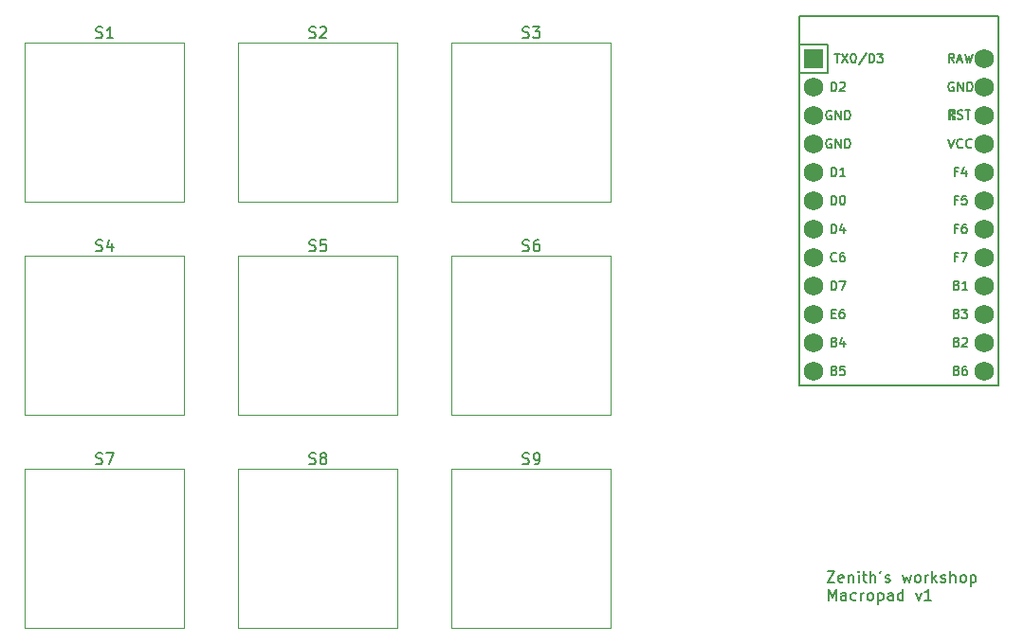
<source format=gbr>
%TF.GenerationSoftware,KiCad,Pcbnew,8.0.1*%
%TF.CreationDate,2024-04-28T14:26:27+12:00*%
%TF.ProjectId,v1,76312e6b-6963-4616-945f-706362585858,rev?*%
%TF.SameCoordinates,Original*%
%TF.FileFunction,Legend,Top*%
%TF.FilePolarity,Positive*%
%FSLAX46Y46*%
G04 Gerber Fmt 4.6, Leading zero omitted, Abs format (unit mm)*
G04 Created by KiCad (PCBNEW 8.0.1) date 2024-04-28 14:26:27*
%MOMM*%
%LPD*%
G01*
G04 APERTURE LIST*
%ADD10C,0.150000*%
%ADD11C,0.120000*%
%ADD12C,0.200000*%
%ADD13R,1.752600X1.752600*%
%ADD14C,1.752600*%
G04 APERTURE END LIST*
D10*
X192805291Y-116322375D02*
X193471957Y-116322375D01*
X193471957Y-116322375D02*
X192805291Y-117322375D01*
X192805291Y-117322375D02*
X193471957Y-117322375D01*
X194233862Y-117274756D02*
X194138624Y-117322375D01*
X194138624Y-117322375D02*
X193948148Y-117322375D01*
X193948148Y-117322375D02*
X193852910Y-117274756D01*
X193852910Y-117274756D02*
X193805291Y-117179517D01*
X193805291Y-117179517D02*
X193805291Y-116798565D01*
X193805291Y-116798565D02*
X193852910Y-116703327D01*
X193852910Y-116703327D02*
X193948148Y-116655708D01*
X193948148Y-116655708D02*
X194138624Y-116655708D01*
X194138624Y-116655708D02*
X194233862Y-116703327D01*
X194233862Y-116703327D02*
X194281481Y-116798565D01*
X194281481Y-116798565D02*
X194281481Y-116893803D01*
X194281481Y-116893803D02*
X193805291Y-116989041D01*
X194710053Y-116655708D02*
X194710053Y-117322375D01*
X194710053Y-116750946D02*
X194757672Y-116703327D01*
X194757672Y-116703327D02*
X194852910Y-116655708D01*
X194852910Y-116655708D02*
X194995767Y-116655708D01*
X194995767Y-116655708D02*
X195091005Y-116703327D01*
X195091005Y-116703327D02*
X195138624Y-116798565D01*
X195138624Y-116798565D02*
X195138624Y-117322375D01*
X195614815Y-117322375D02*
X195614815Y-116655708D01*
X195614815Y-116322375D02*
X195567196Y-116369994D01*
X195567196Y-116369994D02*
X195614815Y-116417613D01*
X195614815Y-116417613D02*
X195662434Y-116369994D01*
X195662434Y-116369994D02*
X195614815Y-116322375D01*
X195614815Y-116322375D02*
X195614815Y-116417613D01*
X195948148Y-116655708D02*
X196329100Y-116655708D01*
X196091005Y-116322375D02*
X196091005Y-117179517D01*
X196091005Y-117179517D02*
X196138624Y-117274756D01*
X196138624Y-117274756D02*
X196233862Y-117322375D01*
X196233862Y-117322375D02*
X196329100Y-117322375D01*
X196662434Y-117322375D02*
X196662434Y-116322375D01*
X197091005Y-117322375D02*
X197091005Y-116798565D01*
X197091005Y-116798565D02*
X197043386Y-116703327D01*
X197043386Y-116703327D02*
X196948148Y-116655708D01*
X196948148Y-116655708D02*
X196805291Y-116655708D01*
X196805291Y-116655708D02*
X196710053Y-116703327D01*
X196710053Y-116703327D02*
X196662434Y-116750946D01*
X197614815Y-116322375D02*
X197519577Y-116512851D01*
X197995767Y-117274756D02*
X198091005Y-117322375D01*
X198091005Y-117322375D02*
X198281481Y-117322375D01*
X198281481Y-117322375D02*
X198376719Y-117274756D01*
X198376719Y-117274756D02*
X198424338Y-117179517D01*
X198424338Y-117179517D02*
X198424338Y-117131898D01*
X198424338Y-117131898D02*
X198376719Y-117036660D01*
X198376719Y-117036660D02*
X198281481Y-116989041D01*
X198281481Y-116989041D02*
X198138624Y-116989041D01*
X198138624Y-116989041D02*
X198043386Y-116941422D01*
X198043386Y-116941422D02*
X197995767Y-116846184D01*
X197995767Y-116846184D02*
X197995767Y-116798565D01*
X197995767Y-116798565D02*
X198043386Y-116703327D01*
X198043386Y-116703327D02*
X198138624Y-116655708D01*
X198138624Y-116655708D02*
X198281481Y-116655708D01*
X198281481Y-116655708D02*
X198376719Y-116703327D01*
X199519577Y-116655708D02*
X199710053Y-117322375D01*
X199710053Y-117322375D02*
X199900529Y-116846184D01*
X199900529Y-116846184D02*
X200091005Y-117322375D01*
X200091005Y-117322375D02*
X200281481Y-116655708D01*
X200805291Y-117322375D02*
X200710053Y-117274756D01*
X200710053Y-117274756D02*
X200662434Y-117227136D01*
X200662434Y-117227136D02*
X200614815Y-117131898D01*
X200614815Y-117131898D02*
X200614815Y-116846184D01*
X200614815Y-116846184D02*
X200662434Y-116750946D01*
X200662434Y-116750946D02*
X200710053Y-116703327D01*
X200710053Y-116703327D02*
X200805291Y-116655708D01*
X200805291Y-116655708D02*
X200948148Y-116655708D01*
X200948148Y-116655708D02*
X201043386Y-116703327D01*
X201043386Y-116703327D02*
X201091005Y-116750946D01*
X201091005Y-116750946D02*
X201138624Y-116846184D01*
X201138624Y-116846184D02*
X201138624Y-117131898D01*
X201138624Y-117131898D02*
X201091005Y-117227136D01*
X201091005Y-117227136D02*
X201043386Y-117274756D01*
X201043386Y-117274756D02*
X200948148Y-117322375D01*
X200948148Y-117322375D02*
X200805291Y-117322375D01*
X201567196Y-117322375D02*
X201567196Y-116655708D01*
X201567196Y-116846184D02*
X201614815Y-116750946D01*
X201614815Y-116750946D02*
X201662434Y-116703327D01*
X201662434Y-116703327D02*
X201757672Y-116655708D01*
X201757672Y-116655708D02*
X201852910Y-116655708D01*
X202186244Y-117322375D02*
X202186244Y-116322375D01*
X202281482Y-116941422D02*
X202567196Y-117322375D01*
X202567196Y-116655708D02*
X202186244Y-117036660D01*
X202948149Y-117274756D02*
X203043387Y-117322375D01*
X203043387Y-117322375D02*
X203233863Y-117322375D01*
X203233863Y-117322375D02*
X203329101Y-117274756D01*
X203329101Y-117274756D02*
X203376720Y-117179517D01*
X203376720Y-117179517D02*
X203376720Y-117131898D01*
X203376720Y-117131898D02*
X203329101Y-117036660D01*
X203329101Y-117036660D02*
X203233863Y-116989041D01*
X203233863Y-116989041D02*
X203091006Y-116989041D01*
X203091006Y-116989041D02*
X202995768Y-116941422D01*
X202995768Y-116941422D02*
X202948149Y-116846184D01*
X202948149Y-116846184D02*
X202948149Y-116798565D01*
X202948149Y-116798565D02*
X202995768Y-116703327D01*
X202995768Y-116703327D02*
X203091006Y-116655708D01*
X203091006Y-116655708D02*
X203233863Y-116655708D01*
X203233863Y-116655708D02*
X203329101Y-116703327D01*
X203805292Y-117322375D02*
X203805292Y-116322375D01*
X204233863Y-117322375D02*
X204233863Y-116798565D01*
X204233863Y-116798565D02*
X204186244Y-116703327D01*
X204186244Y-116703327D02*
X204091006Y-116655708D01*
X204091006Y-116655708D02*
X203948149Y-116655708D01*
X203948149Y-116655708D02*
X203852911Y-116703327D01*
X203852911Y-116703327D02*
X203805292Y-116750946D01*
X204852911Y-117322375D02*
X204757673Y-117274756D01*
X204757673Y-117274756D02*
X204710054Y-117227136D01*
X204710054Y-117227136D02*
X204662435Y-117131898D01*
X204662435Y-117131898D02*
X204662435Y-116846184D01*
X204662435Y-116846184D02*
X204710054Y-116750946D01*
X204710054Y-116750946D02*
X204757673Y-116703327D01*
X204757673Y-116703327D02*
X204852911Y-116655708D01*
X204852911Y-116655708D02*
X204995768Y-116655708D01*
X204995768Y-116655708D02*
X205091006Y-116703327D01*
X205091006Y-116703327D02*
X205138625Y-116750946D01*
X205138625Y-116750946D02*
X205186244Y-116846184D01*
X205186244Y-116846184D02*
X205186244Y-117131898D01*
X205186244Y-117131898D02*
X205138625Y-117227136D01*
X205138625Y-117227136D02*
X205091006Y-117274756D01*
X205091006Y-117274756D02*
X204995768Y-117322375D01*
X204995768Y-117322375D02*
X204852911Y-117322375D01*
X205614816Y-116655708D02*
X205614816Y-117655708D01*
X205614816Y-116703327D02*
X205710054Y-116655708D01*
X205710054Y-116655708D02*
X205900530Y-116655708D01*
X205900530Y-116655708D02*
X205995768Y-116703327D01*
X205995768Y-116703327D02*
X206043387Y-116750946D01*
X206043387Y-116750946D02*
X206091006Y-116846184D01*
X206091006Y-116846184D02*
X206091006Y-117131898D01*
X206091006Y-117131898D02*
X206043387Y-117227136D01*
X206043387Y-117227136D02*
X205995768Y-117274756D01*
X205995768Y-117274756D02*
X205900530Y-117322375D01*
X205900530Y-117322375D02*
X205710054Y-117322375D01*
X205710054Y-117322375D02*
X205614816Y-117274756D01*
X192900529Y-118932319D02*
X192900529Y-117932319D01*
X192900529Y-117932319D02*
X193233862Y-118646604D01*
X193233862Y-118646604D02*
X193567195Y-117932319D01*
X193567195Y-117932319D02*
X193567195Y-118932319D01*
X194471957Y-118932319D02*
X194471957Y-118408509D01*
X194471957Y-118408509D02*
X194424338Y-118313271D01*
X194424338Y-118313271D02*
X194329100Y-118265652D01*
X194329100Y-118265652D02*
X194138624Y-118265652D01*
X194138624Y-118265652D02*
X194043386Y-118313271D01*
X194471957Y-118884700D02*
X194376719Y-118932319D01*
X194376719Y-118932319D02*
X194138624Y-118932319D01*
X194138624Y-118932319D02*
X194043386Y-118884700D01*
X194043386Y-118884700D02*
X193995767Y-118789461D01*
X193995767Y-118789461D02*
X193995767Y-118694223D01*
X193995767Y-118694223D02*
X194043386Y-118598985D01*
X194043386Y-118598985D02*
X194138624Y-118551366D01*
X194138624Y-118551366D02*
X194376719Y-118551366D01*
X194376719Y-118551366D02*
X194471957Y-118503747D01*
X195376719Y-118884700D02*
X195281481Y-118932319D01*
X195281481Y-118932319D02*
X195091005Y-118932319D01*
X195091005Y-118932319D02*
X194995767Y-118884700D01*
X194995767Y-118884700D02*
X194948148Y-118837080D01*
X194948148Y-118837080D02*
X194900529Y-118741842D01*
X194900529Y-118741842D02*
X194900529Y-118456128D01*
X194900529Y-118456128D02*
X194948148Y-118360890D01*
X194948148Y-118360890D02*
X194995767Y-118313271D01*
X194995767Y-118313271D02*
X195091005Y-118265652D01*
X195091005Y-118265652D02*
X195281481Y-118265652D01*
X195281481Y-118265652D02*
X195376719Y-118313271D01*
X195805291Y-118932319D02*
X195805291Y-118265652D01*
X195805291Y-118456128D02*
X195852910Y-118360890D01*
X195852910Y-118360890D02*
X195900529Y-118313271D01*
X195900529Y-118313271D02*
X195995767Y-118265652D01*
X195995767Y-118265652D02*
X196091005Y-118265652D01*
X196567196Y-118932319D02*
X196471958Y-118884700D01*
X196471958Y-118884700D02*
X196424339Y-118837080D01*
X196424339Y-118837080D02*
X196376720Y-118741842D01*
X196376720Y-118741842D02*
X196376720Y-118456128D01*
X196376720Y-118456128D02*
X196424339Y-118360890D01*
X196424339Y-118360890D02*
X196471958Y-118313271D01*
X196471958Y-118313271D02*
X196567196Y-118265652D01*
X196567196Y-118265652D02*
X196710053Y-118265652D01*
X196710053Y-118265652D02*
X196805291Y-118313271D01*
X196805291Y-118313271D02*
X196852910Y-118360890D01*
X196852910Y-118360890D02*
X196900529Y-118456128D01*
X196900529Y-118456128D02*
X196900529Y-118741842D01*
X196900529Y-118741842D02*
X196852910Y-118837080D01*
X196852910Y-118837080D02*
X196805291Y-118884700D01*
X196805291Y-118884700D02*
X196710053Y-118932319D01*
X196710053Y-118932319D02*
X196567196Y-118932319D01*
X197329101Y-118265652D02*
X197329101Y-119265652D01*
X197329101Y-118313271D02*
X197424339Y-118265652D01*
X197424339Y-118265652D02*
X197614815Y-118265652D01*
X197614815Y-118265652D02*
X197710053Y-118313271D01*
X197710053Y-118313271D02*
X197757672Y-118360890D01*
X197757672Y-118360890D02*
X197805291Y-118456128D01*
X197805291Y-118456128D02*
X197805291Y-118741842D01*
X197805291Y-118741842D02*
X197757672Y-118837080D01*
X197757672Y-118837080D02*
X197710053Y-118884700D01*
X197710053Y-118884700D02*
X197614815Y-118932319D01*
X197614815Y-118932319D02*
X197424339Y-118932319D01*
X197424339Y-118932319D02*
X197329101Y-118884700D01*
X198662434Y-118932319D02*
X198662434Y-118408509D01*
X198662434Y-118408509D02*
X198614815Y-118313271D01*
X198614815Y-118313271D02*
X198519577Y-118265652D01*
X198519577Y-118265652D02*
X198329101Y-118265652D01*
X198329101Y-118265652D02*
X198233863Y-118313271D01*
X198662434Y-118884700D02*
X198567196Y-118932319D01*
X198567196Y-118932319D02*
X198329101Y-118932319D01*
X198329101Y-118932319D02*
X198233863Y-118884700D01*
X198233863Y-118884700D02*
X198186244Y-118789461D01*
X198186244Y-118789461D02*
X198186244Y-118694223D01*
X198186244Y-118694223D02*
X198233863Y-118598985D01*
X198233863Y-118598985D02*
X198329101Y-118551366D01*
X198329101Y-118551366D02*
X198567196Y-118551366D01*
X198567196Y-118551366D02*
X198662434Y-118503747D01*
X199567196Y-118932319D02*
X199567196Y-117932319D01*
X199567196Y-118884700D02*
X199471958Y-118932319D01*
X199471958Y-118932319D02*
X199281482Y-118932319D01*
X199281482Y-118932319D02*
X199186244Y-118884700D01*
X199186244Y-118884700D02*
X199138625Y-118837080D01*
X199138625Y-118837080D02*
X199091006Y-118741842D01*
X199091006Y-118741842D02*
X199091006Y-118456128D01*
X199091006Y-118456128D02*
X199138625Y-118360890D01*
X199138625Y-118360890D02*
X199186244Y-118313271D01*
X199186244Y-118313271D02*
X199281482Y-118265652D01*
X199281482Y-118265652D02*
X199471958Y-118265652D01*
X199471958Y-118265652D02*
X199567196Y-118313271D01*
X200710054Y-118265652D02*
X200948149Y-118932319D01*
X200948149Y-118932319D02*
X201186244Y-118265652D01*
X202091006Y-118932319D02*
X201519578Y-118932319D01*
X201805292Y-118932319D02*
X201805292Y-117932319D01*
X201805292Y-117932319D02*
X201710054Y-118075176D01*
X201710054Y-118075176D02*
X201614816Y-118170414D01*
X201614816Y-118170414D02*
X201519578Y-118218033D01*
X127508095Y-106707200D02*
X127650952Y-106754819D01*
X127650952Y-106754819D02*
X127889047Y-106754819D01*
X127889047Y-106754819D02*
X127984285Y-106707200D01*
X127984285Y-106707200D02*
X128031904Y-106659580D01*
X128031904Y-106659580D02*
X128079523Y-106564342D01*
X128079523Y-106564342D02*
X128079523Y-106469104D01*
X128079523Y-106469104D02*
X128031904Y-106373866D01*
X128031904Y-106373866D02*
X127984285Y-106326247D01*
X127984285Y-106326247D02*
X127889047Y-106278628D01*
X127889047Y-106278628D02*
X127698571Y-106231009D01*
X127698571Y-106231009D02*
X127603333Y-106183390D01*
X127603333Y-106183390D02*
X127555714Y-106135771D01*
X127555714Y-106135771D02*
X127508095Y-106040533D01*
X127508095Y-106040533D02*
X127508095Y-105945295D01*
X127508095Y-105945295D02*
X127555714Y-105850057D01*
X127555714Y-105850057D02*
X127603333Y-105802438D01*
X127603333Y-105802438D02*
X127698571Y-105754819D01*
X127698571Y-105754819D02*
X127936666Y-105754819D01*
X127936666Y-105754819D02*
X128079523Y-105802438D01*
X128412857Y-105754819D02*
X129079523Y-105754819D01*
X129079523Y-105754819D02*
X128650952Y-106754819D01*
X193160726Y-75165390D02*
X193084536Y-75127295D01*
X193084536Y-75127295D02*
X192970250Y-75127295D01*
X192970250Y-75127295D02*
X192855964Y-75165390D01*
X192855964Y-75165390D02*
X192779774Y-75241580D01*
X192779774Y-75241580D02*
X192741679Y-75317771D01*
X192741679Y-75317771D02*
X192703583Y-75470152D01*
X192703583Y-75470152D02*
X192703583Y-75584438D01*
X192703583Y-75584438D02*
X192741679Y-75736819D01*
X192741679Y-75736819D02*
X192779774Y-75813009D01*
X192779774Y-75813009D02*
X192855964Y-75889200D01*
X192855964Y-75889200D02*
X192970250Y-75927295D01*
X192970250Y-75927295D02*
X193046441Y-75927295D01*
X193046441Y-75927295D02*
X193160726Y-75889200D01*
X193160726Y-75889200D02*
X193198822Y-75851104D01*
X193198822Y-75851104D02*
X193198822Y-75584438D01*
X193198822Y-75584438D02*
X193046441Y-75584438D01*
X193541679Y-75927295D02*
X193541679Y-75127295D01*
X193541679Y-75127295D02*
X193998822Y-75927295D01*
X193998822Y-75927295D02*
X193998822Y-75127295D01*
X194379774Y-75927295D02*
X194379774Y-75127295D01*
X194379774Y-75127295D02*
X194570250Y-75127295D01*
X194570250Y-75127295D02*
X194684536Y-75165390D01*
X194684536Y-75165390D02*
X194760726Y-75241580D01*
X194760726Y-75241580D02*
X194798821Y-75317771D01*
X194798821Y-75317771D02*
X194836917Y-75470152D01*
X194836917Y-75470152D02*
X194836917Y-75584438D01*
X194836917Y-75584438D02*
X194798821Y-75736819D01*
X194798821Y-75736819D02*
X194760726Y-75813009D01*
X194760726Y-75813009D02*
X194684536Y-75889200D01*
X194684536Y-75889200D02*
X194570250Y-75927295D01*
X194570250Y-75927295D02*
X194379774Y-75927295D01*
X193446440Y-98368247D02*
X193560726Y-98406342D01*
X193560726Y-98406342D02*
X193598821Y-98444438D01*
X193598821Y-98444438D02*
X193636917Y-98520628D01*
X193636917Y-98520628D02*
X193636917Y-98634914D01*
X193636917Y-98634914D02*
X193598821Y-98711104D01*
X193598821Y-98711104D02*
X193560726Y-98749200D01*
X193560726Y-98749200D02*
X193484536Y-98787295D01*
X193484536Y-98787295D02*
X193179774Y-98787295D01*
X193179774Y-98787295D02*
X193179774Y-97987295D01*
X193179774Y-97987295D02*
X193446440Y-97987295D01*
X193446440Y-97987295D02*
X193522631Y-98025390D01*
X193522631Y-98025390D02*
X193560726Y-98063485D01*
X193560726Y-98063485D02*
X193598821Y-98139676D01*
X193598821Y-98139676D02*
X193598821Y-98215866D01*
X193598821Y-98215866D02*
X193560726Y-98292057D01*
X193560726Y-98292057D02*
X193522631Y-98330152D01*
X193522631Y-98330152D02*
X193446440Y-98368247D01*
X193446440Y-98368247D02*
X193179774Y-98368247D01*
X194360726Y-97987295D02*
X193979774Y-97987295D01*
X193979774Y-97987295D02*
X193941678Y-98368247D01*
X193941678Y-98368247D02*
X193979774Y-98330152D01*
X193979774Y-98330152D02*
X194055964Y-98292057D01*
X194055964Y-98292057D02*
X194246440Y-98292057D01*
X194246440Y-98292057D02*
X194322631Y-98330152D01*
X194322631Y-98330152D02*
X194360726Y-98368247D01*
X194360726Y-98368247D02*
X194398821Y-98444438D01*
X194398821Y-98444438D02*
X194398821Y-98634914D01*
X194398821Y-98634914D02*
X194360726Y-98711104D01*
X194360726Y-98711104D02*
X194322631Y-98749200D01*
X194322631Y-98749200D02*
X194246440Y-98787295D01*
X194246440Y-98787295D02*
X194055964Y-98787295D01*
X194055964Y-98787295D02*
X193979774Y-98749200D01*
X193979774Y-98749200D02*
X193941678Y-98711104D01*
X193468901Y-70047295D02*
X193926044Y-70047295D01*
X193697472Y-70847295D02*
X193697472Y-70047295D01*
X194116520Y-70047295D02*
X194649854Y-70847295D01*
X194649854Y-70047295D02*
X194116520Y-70847295D01*
X195106997Y-70047295D02*
X195183187Y-70047295D01*
X195183187Y-70047295D02*
X195259378Y-70085390D01*
X195259378Y-70085390D02*
X195297473Y-70123485D01*
X195297473Y-70123485D02*
X195335568Y-70199676D01*
X195335568Y-70199676D02*
X195373663Y-70352057D01*
X195373663Y-70352057D02*
X195373663Y-70542533D01*
X195373663Y-70542533D02*
X195335568Y-70694914D01*
X195335568Y-70694914D02*
X195297473Y-70771104D01*
X195297473Y-70771104D02*
X195259378Y-70809200D01*
X195259378Y-70809200D02*
X195183187Y-70847295D01*
X195183187Y-70847295D02*
X195106997Y-70847295D01*
X195106997Y-70847295D02*
X195030806Y-70809200D01*
X195030806Y-70809200D02*
X194992711Y-70771104D01*
X194992711Y-70771104D02*
X194954616Y-70694914D01*
X194954616Y-70694914D02*
X194916520Y-70542533D01*
X194916520Y-70542533D02*
X194916520Y-70352057D01*
X194916520Y-70352057D02*
X194954616Y-70199676D01*
X194954616Y-70199676D02*
X194992711Y-70123485D01*
X194992711Y-70123485D02*
X195030806Y-70085390D01*
X195030806Y-70085390D02*
X195106997Y-70047295D01*
X196287949Y-70009200D02*
X195602235Y-71037771D01*
X196554616Y-70847295D02*
X196554616Y-70047295D01*
X196554616Y-70047295D02*
X196745092Y-70047295D01*
X196745092Y-70047295D02*
X196859378Y-70085390D01*
X196859378Y-70085390D02*
X196935568Y-70161580D01*
X196935568Y-70161580D02*
X196973663Y-70237771D01*
X196973663Y-70237771D02*
X197011759Y-70390152D01*
X197011759Y-70390152D02*
X197011759Y-70504438D01*
X197011759Y-70504438D02*
X196973663Y-70656819D01*
X196973663Y-70656819D02*
X196935568Y-70733009D01*
X196935568Y-70733009D02*
X196859378Y-70809200D01*
X196859378Y-70809200D02*
X196745092Y-70847295D01*
X196745092Y-70847295D02*
X196554616Y-70847295D01*
X197278425Y-70047295D02*
X197773663Y-70047295D01*
X197773663Y-70047295D02*
X197506997Y-70352057D01*
X197506997Y-70352057D02*
X197621282Y-70352057D01*
X197621282Y-70352057D02*
X197697473Y-70390152D01*
X197697473Y-70390152D02*
X197735568Y-70428247D01*
X197735568Y-70428247D02*
X197773663Y-70504438D01*
X197773663Y-70504438D02*
X197773663Y-70694914D01*
X197773663Y-70694914D02*
X197735568Y-70771104D01*
X197735568Y-70771104D02*
X197697473Y-70809200D01*
X197697473Y-70809200D02*
X197621282Y-70847295D01*
X197621282Y-70847295D02*
X197392711Y-70847295D01*
X197392711Y-70847295D02*
X197316520Y-70809200D01*
X197316520Y-70809200D02*
X197278425Y-70771104D01*
X204368440Y-95828247D02*
X204482726Y-95866342D01*
X204482726Y-95866342D02*
X204520821Y-95904438D01*
X204520821Y-95904438D02*
X204558917Y-95980628D01*
X204558917Y-95980628D02*
X204558917Y-96094914D01*
X204558917Y-96094914D02*
X204520821Y-96171104D01*
X204520821Y-96171104D02*
X204482726Y-96209200D01*
X204482726Y-96209200D02*
X204406536Y-96247295D01*
X204406536Y-96247295D02*
X204101774Y-96247295D01*
X204101774Y-96247295D02*
X204101774Y-95447295D01*
X204101774Y-95447295D02*
X204368440Y-95447295D01*
X204368440Y-95447295D02*
X204444631Y-95485390D01*
X204444631Y-95485390D02*
X204482726Y-95523485D01*
X204482726Y-95523485D02*
X204520821Y-95599676D01*
X204520821Y-95599676D02*
X204520821Y-95675866D01*
X204520821Y-95675866D02*
X204482726Y-95752057D01*
X204482726Y-95752057D02*
X204444631Y-95790152D01*
X204444631Y-95790152D02*
X204368440Y-95828247D01*
X204368440Y-95828247D02*
X204101774Y-95828247D01*
X204863678Y-95523485D02*
X204901774Y-95485390D01*
X204901774Y-95485390D02*
X204977964Y-95447295D01*
X204977964Y-95447295D02*
X205168440Y-95447295D01*
X205168440Y-95447295D02*
X205244631Y-95485390D01*
X205244631Y-95485390D02*
X205282726Y-95523485D01*
X205282726Y-95523485D02*
X205320821Y-95599676D01*
X205320821Y-95599676D02*
X205320821Y-95675866D01*
X205320821Y-95675866D02*
X205282726Y-95790152D01*
X205282726Y-95790152D02*
X204825583Y-96247295D01*
X204825583Y-96247295D02*
X205320821Y-96247295D01*
X193446440Y-95828247D02*
X193560726Y-95866342D01*
X193560726Y-95866342D02*
X193598821Y-95904438D01*
X193598821Y-95904438D02*
X193636917Y-95980628D01*
X193636917Y-95980628D02*
X193636917Y-96094914D01*
X193636917Y-96094914D02*
X193598821Y-96171104D01*
X193598821Y-96171104D02*
X193560726Y-96209200D01*
X193560726Y-96209200D02*
X193484536Y-96247295D01*
X193484536Y-96247295D02*
X193179774Y-96247295D01*
X193179774Y-96247295D02*
X193179774Y-95447295D01*
X193179774Y-95447295D02*
X193446440Y-95447295D01*
X193446440Y-95447295D02*
X193522631Y-95485390D01*
X193522631Y-95485390D02*
X193560726Y-95523485D01*
X193560726Y-95523485D02*
X193598821Y-95599676D01*
X193598821Y-95599676D02*
X193598821Y-95675866D01*
X193598821Y-95675866D02*
X193560726Y-95752057D01*
X193560726Y-95752057D02*
X193522631Y-95790152D01*
X193522631Y-95790152D02*
X193446440Y-95828247D01*
X193446440Y-95828247D02*
X193179774Y-95828247D01*
X194322631Y-95713961D02*
X194322631Y-96247295D01*
X194132155Y-95409200D02*
X193941678Y-95980628D01*
X193941678Y-95980628D02*
X194436917Y-95980628D01*
X193636917Y-88551104D02*
X193598821Y-88589200D01*
X193598821Y-88589200D02*
X193484536Y-88627295D01*
X193484536Y-88627295D02*
X193408345Y-88627295D01*
X193408345Y-88627295D02*
X193294059Y-88589200D01*
X193294059Y-88589200D02*
X193217869Y-88513009D01*
X193217869Y-88513009D02*
X193179774Y-88436819D01*
X193179774Y-88436819D02*
X193141678Y-88284438D01*
X193141678Y-88284438D02*
X193141678Y-88170152D01*
X193141678Y-88170152D02*
X193179774Y-88017771D01*
X193179774Y-88017771D02*
X193217869Y-87941580D01*
X193217869Y-87941580D02*
X193294059Y-87865390D01*
X193294059Y-87865390D02*
X193408345Y-87827295D01*
X193408345Y-87827295D02*
X193484536Y-87827295D01*
X193484536Y-87827295D02*
X193598821Y-87865390D01*
X193598821Y-87865390D02*
X193636917Y-87903485D01*
X194322631Y-87827295D02*
X194170250Y-87827295D01*
X194170250Y-87827295D02*
X194094059Y-87865390D01*
X194094059Y-87865390D02*
X194055964Y-87903485D01*
X194055964Y-87903485D02*
X193979774Y-88017771D01*
X193979774Y-88017771D02*
X193941678Y-88170152D01*
X193941678Y-88170152D02*
X193941678Y-88474914D01*
X193941678Y-88474914D02*
X193979774Y-88551104D01*
X193979774Y-88551104D02*
X194017869Y-88589200D01*
X194017869Y-88589200D02*
X194094059Y-88627295D01*
X194094059Y-88627295D02*
X194246440Y-88627295D01*
X194246440Y-88627295D02*
X194322631Y-88589200D01*
X194322631Y-88589200D02*
X194360726Y-88551104D01*
X194360726Y-88551104D02*
X194398821Y-88474914D01*
X194398821Y-88474914D02*
X194398821Y-88284438D01*
X194398821Y-88284438D02*
X194360726Y-88208247D01*
X194360726Y-88208247D02*
X194322631Y-88170152D01*
X194322631Y-88170152D02*
X194246440Y-88132057D01*
X194246440Y-88132057D02*
X194094059Y-88132057D01*
X194094059Y-88132057D02*
X194017869Y-88170152D01*
X194017869Y-88170152D02*
X193979774Y-88208247D01*
X193979774Y-88208247D02*
X193941678Y-88284438D01*
X193179774Y-83547295D02*
X193179774Y-82747295D01*
X193179774Y-82747295D02*
X193370250Y-82747295D01*
X193370250Y-82747295D02*
X193484536Y-82785390D01*
X193484536Y-82785390D02*
X193560726Y-82861580D01*
X193560726Y-82861580D02*
X193598821Y-82937771D01*
X193598821Y-82937771D02*
X193636917Y-83090152D01*
X193636917Y-83090152D02*
X193636917Y-83204438D01*
X193636917Y-83204438D02*
X193598821Y-83356819D01*
X193598821Y-83356819D02*
X193560726Y-83433009D01*
X193560726Y-83433009D02*
X193484536Y-83509200D01*
X193484536Y-83509200D02*
X193370250Y-83547295D01*
X193370250Y-83547295D02*
X193179774Y-83547295D01*
X194132155Y-82747295D02*
X194208345Y-82747295D01*
X194208345Y-82747295D02*
X194284536Y-82785390D01*
X194284536Y-82785390D02*
X194322631Y-82823485D01*
X194322631Y-82823485D02*
X194360726Y-82899676D01*
X194360726Y-82899676D02*
X194398821Y-83052057D01*
X194398821Y-83052057D02*
X194398821Y-83242533D01*
X194398821Y-83242533D02*
X194360726Y-83394914D01*
X194360726Y-83394914D02*
X194322631Y-83471104D01*
X194322631Y-83471104D02*
X194284536Y-83509200D01*
X194284536Y-83509200D02*
X194208345Y-83547295D01*
X194208345Y-83547295D02*
X194132155Y-83547295D01*
X194132155Y-83547295D02*
X194055964Y-83509200D01*
X194055964Y-83509200D02*
X194017869Y-83471104D01*
X194017869Y-83471104D02*
X193979774Y-83394914D01*
X193979774Y-83394914D02*
X193941678Y-83242533D01*
X193941678Y-83242533D02*
X193941678Y-83052057D01*
X193941678Y-83052057D02*
X193979774Y-82899676D01*
X193979774Y-82899676D02*
X194017869Y-82823485D01*
X194017869Y-82823485D02*
X194055964Y-82785390D01*
X194055964Y-82785390D02*
X194132155Y-82747295D01*
X204425583Y-88208247D02*
X204158917Y-88208247D01*
X204158917Y-88627295D02*
X204158917Y-87827295D01*
X204158917Y-87827295D02*
X204539869Y-87827295D01*
X204768440Y-87827295D02*
X205301774Y-87827295D01*
X205301774Y-87827295D02*
X204958916Y-88627295D01*
X193179774Y-86087295D02*
X193179774Y-85287295D01*
X193179774Y-85287295D02*
X193370250Y-85287295D01*
X193370250Y-85287295D02*
X193484536Y-85325390D01*
X193484536Y-85325390D02*
X193560726Y-85401580D01*
X193560726Y-85401580D02*
X193598821Y-85477771D01*
X193598821Y-85477771D02*
X193636917Y-85630152D01*
X193636917Y-85630152D02*
X193636917Y-85744438D01*
X193636917Y-85744438D02*
X193598821Y-85896819D01*
X193598821Y-85896819D02*
X193560726Y-85973009D01*
X193560726Y-85973009D02*
X193484536Y-86049200D01*
X193484536Y-86049200D02*
X193370250Y-86087295D01*
X193370250Y-86087295D02*
X193179774Y-86087295D01*
X194322631Y-85553961D02*
X194322631Y-86087295D01*
X194132155Y-85249200D02*
X193941678Y-85820628D01*
X193941678Y-85820628D02*
X194436917Y-85820628D01*
X193179774Y-81007295D02*
X193179774Y-80207295D01*
X193179774Y-80207295D02*
X193370250Y-80207295D01*
X193370250Y-80207295D02*
X193484536Y-80245390D01*
X193484536Y-80245390D02*
X193560726Y-80321580D01*
X193560726Y-80321580D02*
X193598821Y-80397771D01*
X193598821Y-80397771D02*
X193636917Y-80550152D01*
X193636917Y-80550152D02*
X193636917Y-80664438D01*
X193636917Y-80664438D02*
X193598821Y-80816819D01*
X193598821Y-80816819D02*
X193560726Y-80893009D01*
X193560726Y-80893009D02*
X193484536Y-80969200D01*
X193484536Y-80969200D02*
X193370250Y-81007295D01*
X193370250Y-81007295D02*
X193179774Y-81007295D01*
X194398821Y-81007295D02*
X193941678Y-81007295D01*
X194170250Y-81007295D02*
X194170250Y-80207295D01*
X194170250Y-80207295D02*
X194094059Y-80321580D01*
X194094059Y-80321580D02*
X194017869Y-80397771D01*
X194017869Y-80397771D02*
X193941678Y-80435866D01*
X204139869Y-70847295D02*
X203873202Y-70466342D01*
X203682726Y-70847295D02*
X203682726Y-70047295D01*
X203682726Y-70047295D02*
X203987488Y-70047295D01*
X203987488Y-70047295D02*
X204063678Y-70085390D01*
X204063678Y-70085390D02*
X204101773Y-70123485D01*
X204101773Y-70123485D02*
X204139869Y-70199676D01*
X204139869Y-70199676D02*
X204139869Y-70313961D01*
X204139869Y-70313961D02*
X204101773Y-70390152D01*
X204101773Y-70390152D02*
X204063678Y-70428247D01*
X204063678Y-70428247D02*
X203987488Y-70466342D01*
X203987488Y-70466342D02*
X203682726Y-70466342D01*
X204444630Y-70618723D02*
X204825583Y-70618723D01*
X204368440Y-70847295D02*
X204635107Y-70047295D01*
X204635107Y-70047295D02*
X204901773Y-70847295D01*
X205092249Y-70047295D02*
X205282725Y-70847295D01*
X205282725Y-70847295D02*
X205435106Y-70275866D01*
X205435106Y-70275866D02*
X205587487Y-70847295D01*
X205587487Y-70847295D02*
X205777964Y-70047295D01*
X193160726Y-77705390D02*
X193084536Y-77667295D01*
X193084536Y-77667295D02*
X192970250Y-77667295D01*
X192970250Y-77667295D02*
X192855964Y-77705390D01*
X192855964Y-77705390D02*
X192779774Y-77781580D01*
X192779774Y-77781580D02*
X192741679Y-77857771D01*
X192741679Y-77857771D02*
X192703583Y-78010152D01*
X192703583Y-78010152D02*
X192703583Y-78124438D01*
X192703583Y-78124438D02*
X192741679Y-78276819D01*
X192741679Y-78276819D02*
X192779774Y-78353009D01*
X192779774Y-78353009D02*
X192855964Y-78429200D01*
X192855964Y-78429200D02*
X192970250Y-78467295D01*
X192970250Y-78467295D02*
X193046441Y-78467295D01*
X193046441Y-78467295D02*
X193160726Y-78429200D01*
X193160726Y-78429200D02*
X193198822Y-78391104D01*
X193198822Y-78391104D02*
X193198822Y-78124438D01*
X193198822Y-78124438D02*
X193046441Y-78124438D01*
X193541679Y-78467295D02*
X193541679Y-77667295D01*
X193541679Y-77667295D02*
X193998822Y-78467295D01*
X193998822Y-78467295D02*
X193998822Y-77667295D01*
X194379774Y-78467295D02*
X194379774Y-77667295D01*
X194379774Y-77667295D02*
X194570250Y-77667295D01*
X194570250Y-77667295D02*
X194684536Y-77705390D01*
X194684536Y-77705390D02*
X194760726Y-77781580D01*
X194760726Y-77781580D02*
X194798821Y-77857771D01*
X194798821Y-77857771D02*
X194836917Y-78010152D01*
X194836917Y-78010152D02*
X194836917Y-78124438D01*
X194836917Y-78124438D02*
X194798821Y-78276819D01*
X194798821Y-78276819D02*
X194760726Y-78353009D01*
X194760726Y-78353009D02*
X194684536Y-78429200D01*
X194684536Y-78429200D02*
X194570250Y-78467295D01*
X194570250Y-78467295D02*
X194379774Y-78467295D01*
X204425583Y-83128247D02*
X204158917Y-83128247D01*
X204158917Y-83547295D02*
X204158917Y-82747295D01*
X204158917Y-82747295D02*
X204539869Y-82747295D01*
X205225583Y-82747295D02*
X204844631Y-82747295D01*
X204844631Y-82747295D02*
X204806535Y-83128247D01*
X204806535Y-83128247D02*
X204844631Y-83090152D01*
X204844631Y-83090152D02*
X204920821Y-83052057D01*
X204920821Y-83052057D02*
X205111297Y-83052057D01*
X205111297Y-83052057D02*
X205187488Y-83090152D01*
X205187488Y-83090152D02*
X205225583Y-83128247D01*
X205225583Y-83128247D02*
X205263678Y-83204438D01*
X205263678Y-83204438D02*
X205263678Y-83394914D01*
X205263678Y-83394914D02*
X205225583Y-83471104D01*
X205225583Y-83471104D02*
X205187488Y-83509200D01*
X205187488Y-83509200D02*
X205111297Y-83547295D01*
X205111297Y-83547295D02*
X204920821Y-83547295D01*
X204920821Y-83547295D02*
X204844631Y-83509200D01*
X204844631Y-83509200D02*
X204806535Y-83471104D01*
X204368440Y-90748247D02*
X204482726Y-90786342D01*
X204482726Y-90786342D02*
X204520821Y-90824438D01*
X204520821Y-90824438D02*
X204558917Y-90900628D01*
X204558917Y-90900628D02*
X204558917Y-91014914D01*
X204558917Y-91014914D02*
X204520821Y-91091104D01*
X204520821Y-91091104D02*
X204482726Y-91129200D01*
X204482726Y-91129200D02*
X204406536Y-91167295D01*
X204406536Y-91167295D02*
X204101774Y-91167295D01*
X204101774Y-91167295D02*
X204101774Y-90367295D01*
X204101774Y-90367295D02*
X204368440Y-90367295D01*
X204368440Y-90367295D02*
X204444631Y-90405390D01*
X204444631Y-90405390D02*
X204482726Y-90443485D01*
X204482726Y-90443485D02*
X204520821Y-90519676D01*
X204520821Y-90519676D02*
X204520821Y-90595866D01*
X204520821Y-90595866D02*
X204482726Y-90672057D01*
X204482726Y-90672057D02*
X204444631Y-90710152D01*
X204444631Y-90710152D02*
X204368440Y-90748247D01*
X204368440Y-90748247D02*
X204101774Y-90748247D01*
X205320821Y-91167295D02*
X204863678Y-91167295D01*
X205092250Y-91167295D02*
X205092250Y-90367295D01*
X205092250Y-90367295D02*
X205016059Y-90481580D01*
X205016059Y-90481580D02*
X204939869Y-90557771D01*
X204939869Y-90557771D02*
X204863678Y-90595866D01*
X204425583Y-80588247D02*
X204158917Y-80588247D01*
X204158917Y-81007295D02*
X204158917Y-80207295D01*
X204158917Y-80207295D02*
X204539869Y-80207295D01*
X205187488Y-80473961D02*
X205187488Y-81007295D01*
X204997012Y-80169200D02*
X204806535Y-80740628D01*
X204806535Y-80740628D02*
X205301774Y-80740628D01*
X193179774Y-73387295D02*
X193179774Y-72587295D01*
X193179774Y-72587295D02*
X193370250Y-72587295D01*
X193370250Y-72587295D02*
X193484536Y-72625390D01*
X193484536Y-72625390D02*
X193560726Y-72701580D01*
X193560726Y-72701580D02*
X193598821Y-72777771D01*
X193598821Y-72777771D02*
X193636917Y-72930152D01*
X193636917Y-72930152D02*
X193636917Y-73044438D01*
X193636917Y-73044438D02*
X193598821Y-73196819D01*
X193598821Y-73196819D02*
X193560726Y-73273009D01*
X193560726Y-73273009D02*
X193484536Y-73349200D01*
X193484536Y-73349200D02*
X193370250Y-73387295D01*
X193370250Y-73387295D02*
X193179774Y-73387295D01*
X193941678Y-72663485D02*
X193979774Y-72625390D01*
X193979774Y-72625390D02*
X194055964Y-72587295D01*
X194055964Y-72587295D02*
X194246440Y-72587295D01*
X194246440Y-72587295D02*
X194322631Y-72625390D01*
X194322631Y-72625390D02*
X194360726Y-72663485D01*
X194360726Y-72663485D02*
X194398821Y-72739676D01*
X194398821Y-72739676D02*
X194398821Y-72815866D01*
X194398821Y-72815866D02*
X194360726Y-72930152D01*
X194360726Y-72930152D02*
X193903583Y-73387295D01*
X193903583Y-73387295D02*
X194398821Y-73387295D01*
X204425583Y-85668247D02*
X204158917Y-85668247D01*
X204158917Y-86087295D02*
X204158917Y-85287295D01*
X204158917Y-85287295D02*
X204539869Y-85287295D01*
X205187488Y-85287295D02*
X205035107Y-85287295D01*
X205035107Y-85287295D02*
X204958916Y-85325390D01*
X204958916Y-85325390D02*
X204920821Y-85363485D01*
X204920821Y-85363485D02*
X204844631Y-85477771D01*
X204844631Y-85477771D02*
X204806535Y-85630152D01*
X204806535Y-85630152D02*
X204806535Y-85934914D01*
X204806535Y-85934914D02*
X204844631Y-86011104D01*
X204844631Y-86011104D02*
X204882726Y-86049200D01*
X204882726Y-86049200D02*
X204958916Y-86087295D01*
X204958916Y-86087295D02*
X205111297Y-86087295D01*
X205111297Y-86087295D02*
X205187488Y-86049200D01*
X205187488Y-86049200D02*
X205225583Y-86011104D01*
X205225583Y-86011104D02*
X205263678Y-85934914D01*
X205263678Y-85934914D02*
X205263678Y-85744438D01*
X205263678Y-85744438D02*
X205225583Y-85668247D01*
X205225583Y-85668247D02*
X205187488Y-85630152D01*
X205187488Y-85630152D02*
X205111297Y-85592057D01*
X205111297Y-85592057D02*
X204958916Y-85592057D01*
X204958916Y-85592057D02*
X204882726Y-85630152D01*
X204882726Y-85630152D02*
X204844631Y-85668247D01*
X204844631Y-85668247D02*
X204806535Y-85744438D01*
X203625583Y-77667295D02*
X203892250Y-78467295D01*
X203892250Y-78467295D02*
X204158916Y-77667295D01*
X204882726Y-78391104D02*
X204844630Y-78429200D01*
X204844630Y-78429200D02*
X204730345Y-78467295D01*
X204730345Y-78467295D02*
X204654154Y-78467295D01*
X204654154Y-78467295D02*
X204539868Y-78429200D01*
X204539868Y-78429200D02*
X204463678Y-78353009D01*
X204463678Y-78353009D02*
X204425583Y-78276819D01*
X204425583Y-78276819D02*
X204387487Y-78124438D01*
X204387487Y-78124438D02*
X204387487Y-78010152D01*
X204387487Y-78010152D02*
X204425583Y-77857771D01*
X204425583Y-77857771D02*
X204463678Y-77781580D01*
X204463678Y-77781580D02*
X204539868Y-77705390D01*
X204539868Y-77705390D02*
X204654154Y-77667295D01*
X204654154Y-77667295D02*
X204730345Y-77667295D01*
X204730345Y-77667295D02*
X204844630Y-77705390D01*
X204844630Y-77705390D02*
X204882726Y-77743485D01*
X205682726Y-78391104D02*
X205644630Y-78429200D01*
X205644630Y-78429200D02*
X205530345Y-78467295D01*
X205530345Y-78467295D02*
X205454154Y-78467295D01*
X205454154Y-78467295D02*
X205339868Y-78429200D01*
X205339868Y-78429200D02*
X205263678Y-78353009D01*
X205263678Y-78353009D02*
X205225583Y-78276819D01*
X205225583Y-78276819D02*
X205187487Y-78124438D01*
X205187487Y-78124438D02*
X205187487Y-78010152D01*
X205187487Y-78010152D02*
X205225583Y-77857771D01*
X205225583Y-77857771D02*
X205263678Y-77781580D01*
X205263678Y-77781580D02*
X205339868Y-77705390D01*
X205339868Y-77705390D02*
X205454154Y-77667295D01*
X205454154Y-77667295D02*
X205530345Y-77667295D01*
X205530345Y-77667295D02*
X205644630Y-77705390D01*
X205644630Y-77705390D02*
X205682726Y-77743485D01*
X204431036Y-75859200D02*
X204545322Y-75897295D01*
X204545322Y-75897295D02*
X204735798Y-75897295D01*
X204735798Y-75897295D02*
X204811989Y-75859200D01*
X204811989Y-75859200D02*
X204850084Y-75821104D01*
X204850084Y-75821104D02*
X204888179Y-75744914D01*
X204888179Y-75744914D02*
X204888179Y-75668723D01*
X204888179Y-75668723D02*
X204850084Y-75592533D01*
X204850084Y-75592533D02*
X204811989Y-75554438D01*
X204811989Y-75554438D02*
X204735798Y-75516342D01*
X204735798Y-75516342D02*
X204583417Y-75478247D01*
X204583417Y-75478247D02*
X204507227Y-75440152D01*
X204507227Y-75440152D02*
X204469132Y-75402057D01*
X204469132Y-75402057D02*
X204431036Y-75325866D01*
X204431036Y-75325866D02*
X204431036Y-75249676D01*
X204431036Y-75249676D02*
X204469132Y-75173485D01*
X204469132Y-75173485D02*
X204507227Y-75135390D01*
X204507227Y-75135390D02*
X204583417Y-75097295D01*
X204583417Y-75097295D02*
X204773894Y-75097295D01*
X204773894Y-75097295D02*
X204888179Y-75135390D01*
X205116751Y-75097295D02*
X205573894Y-75097295D01*
X205345322Y-75897295D02*
X205345322Y-75097295D01*
X204082726Y-72625390D02*
X204006536Y-72587295D01*
X204006536Y-72587295D02*
X203892250Y-72587295D01*
X203892250Y-72587295D02*
X203777964Y-72625390D01*
X203777964Y-72625390D02*
X203701774Y-72701580D01*
X203701774Y-72701580D02*
X203663679Y-72777771D01*
X203663679Y-72777771D02*
X203625583Y-72930152D01*
X203625583Y-72930152D02*
X203625583Y-73044438D01*
X203625583Y-73044438D02*
X203663679Y-73196819D01*
X203663679Y-73196819D02*
X203701774Y-73273009D01*
X203701774Y-73273009D02*
X203777964Y-73349200D01*
X203777964Y-73349200D02*
X203892250Y-73387295D01*
X203892250Y-73387295D02*
X203968441Y-73387295D01*
X203968441Y-73387295D02*
X204082726Y-73349200D01*
X204082726Y-73349200D02*
X204120822Y-73311104D01*
X204120822Y-73311104D02*
X204120822Y-73044438D01*
X204120822Y-73044438D02*
X203968441Y-73044438D01*
X204463679Y-73387295D02*
X204463679Y-72587295D01*
X204463679Y-72587295D02*
X204920822Y-73387295D01*
X204920822Y-73387295D02*
X204920822Y-72587295D01*
X205301774Y-73387295D02*
X205301774Y-72587295D01*
X205301774Y-72587295D02*
X205492250Y-72587295D01*
X205492250Y-72587295D02*
X205606536Y-72625390D01*
X205606536Y-72625390D02*
X205682726Y-72701580D01*
X205682726Y-72701580D02*
X205720821Y-72777771D01*
X205720821Y-72777771D02*
X205758917Y-72930152D01*
X205758917Y-72930152D02*
X205758917Y-73044438D01*
X205758917Y-73044438D02*
X205720821Y-73196819D01*
X205720821Y-73196819D02*
X205682726Y-73273009D01*
X205682726Y-73273009D02*
X205606536Y-73349200D01*
X205606536Y-73349200D02*
X205492250Y-73387295D01*
X205492250Y-73387295D02*
X205301774Y-73387295D01*
X204368440Y-98368247D02*
X204482726Y-98406342D01*
X204482726Y-98406342D02*
X204520821Y-98444438D01*
X204520821Y-98444438D02*
X204558917Y-98520628D01*
X204558917Y-98520628D02*
X204558917Y-98634914D01*
X204558917Y-98634914D02*
X204520821Y-98711104D01*
X204520821Y-98711104D02*
X204482726Y-98749200D01*
X204482726Y-98749200D02*
X204406536Y-98787295D01*
X204406536Y-98787295D02*
X204101774Y-98787295D01*
X204101774Y-98787295D02*
X204101774Y-97987295D01*
X204101774Y-97987295D02*
X204368440Y-97987295D01*
X204368440Y-97987295D02*
X204444631Y-98025390D01*
X204444631Y-98025390D02*
X204482726Y-98063485D01*
X204482726Y-98063485D02*
X204520821Y-98139676D01*
X204520821Y-98139676D02*
X204520821Y-98215866D01*
X204520821Y-98215866D02*
X204482726Y-98292057D01*
X204482726Y-98292057D02*
X204444631Y-98330152D01*
X204444631Y-98330152D02*
X204368440Y-98368247D01*
X204368440Y-98368247D02*
X204101774Y-98368247D01*
X205244631Y-97987295D02*
X205092250Y-97987295D01*
X205092250Y-97987295D02*
X205016059Y-98025390D01*
X205016059Y-98025390D02*
X204977964Y-98063485D01*
X204977964Y-98063485D02*
X204901774Y-98177771D01*
X204901774Y-98177771D02*
X204863678Y-98330152D01*
X204863678Y-98330152D02*
X204863678Y-98634914D01*
X204863678Y-98634914D02*
X204901774Y-98711104D01*
X204901774Y-98711104D02*
X204939869Y-98749200D01*
X204939869Y-98749200D02*
X205016059Y-98787295D01*
X205016059Y-98787295D02*
X205168440Y-98787295D01*
X205168440Y-98787295D02*
X205244631Y-98749200D01*
X205244631Y-98749200D02*
X205282726Y-98711104D01*
X205282726Y-98711104D02*
X205320821Y-98634914D01*
X205320821Y-98634914D02*
X205320821Y-98444438D01*
X205320821Y-98444438D02*
X205282726Y-98368247D01*
X205282726Y-98368247D02*
X205244631Y-98330152D01*
X205244631Y-98330152D02*
X205168440Y-98292057D01*
X205168440Y-98292057D02*
X205016059Y-98292057D01*
X205016059Y-98292057D02*
X204939869Y-98330152D01*
X204939869Y-98330152D02*
X204901774Y-98368247D01*
X204901774Y-98368247D02*
X204863678Y-98444438D01*
X204368440Y-93288247D02*
X204482726Y-93326342D01*
X204482726Y-93326342D02*
X204520821Y-93364438D01*
X204520821Y-93364438D02*
X204558917Y-93440628D01*
X204558917Y-93440628D02*
X204558917Y-93554914D01*
X204558917Y-93554914D02*
X204520821Y-93631104D01*
X204520821Y-93631104D02*
X204482726Y-93669200D01*
X204482726Y-93669200D02*
X204406536Y-93707295D01*
X204406536Y-93707295D02*
X204101774Y-93707295D01*
X204101774Y-93707295D02*
X204101774Y-92907295D01*
X204101774Y-92907295D02*
X204368440Y-92907295D01*
X204368440Y-92907295D02*
X204444631Y-92945390D01*
X204444631Y-92945390D02*
X204482726Y-92983485D01*
X204482726Y-92983485D02*
X204520821Y-93059676D01*
X204520821Y-93059676D02*
X204520821Y-93135866D01*
X204520821Y-93135866D02*
X204482726Y-93212057D01*
X204482726Y-93212057D02*
X204444631Y-93250152D01*
X204444631Y-93250152D02*
X204368440Y-93288247D01*
X204368440Y-93288247D02*
X204101774Y-93288247D01*
X204825583Y-92907295D02*
X205320821Y-92907295D01*
X205320821Y-92907295D02*
X205054155Y-93212057D01*
X205054155Y-93212057D02*
X205168440Y-93212057D01*
X205168440Y-93212057D02*
X205244631Y-93250152D01*
X205244631Y-93250152D02*
X205282726Y-93288247D01*
X205282726Y-93288247D02*
X205320821Y-93364438D01*
X205320821Y-93364438D02*
X205320821Y-93554914D01*
X205320821Y-93554914D02*
X205282726Y-93631104D01*
X205282726Y-93631104D02*
X205244631Y-93669200D01*
X205244631Y-93669200D02*
X205168440Y-93707295D01*
X205168440Y-93707295D02*
X204939869Y-93707295D01*
X204939869Y-93707295D02*
X204863678Y-93669200D01*
X204863678Y-93669200D02*
X204825583Y-93631104D01*
X193217869Y-93288247D02*
X193484535Y-93288247D01*
X193598821Y-93707295D02*
X193217869Y-93707295D01*
X193217869Y-93707295D02*
X193217869Y-92907295D01*
X193217869Y-92907295D02*
X193598821Y-92907295D01*
X194284536Y-92907295D02*
X194132155Y-92907295D01*
X194132155Y-92907295D02*
X194055964Y-92945390D01*
X194055964Y-92945390D02*
X194017869Y-92983485D01*
X194017869Y-92983485D02*
X193941679Y-93097771D01*
X193941679Y-93097771D02*
X193903583Y-93250152D01*
X193903583Y-93250152D02*
X193903583Y-93554914D01*
X193903583Y-93554914D02*
X193941679Y-93631104D01*
X193941679Y-93631104D02*
X193979774Y-93669200D01*
X193979774Y-93669200D02*
X194055964Y-93707295D01*
X194055964Y-93707295D02*
X194208345Y-93707295D01*
X194208345Y-93707295D02*
X194284536Y-93669200D01*
X194284536Y-93669200D02*
X194322631Y-93631104D01*
X194322631Y-93631104D02*
X194360726Y-93554914D01*
X194360726Y-93554914D02*
X194360726Y-93364438D01*
X194360726Y-93364438D02*
X194322631Y-93288247D01*
X194322631Y-93288247D02*
X194284536Y-93250152D01*
X194284536Y-93250152D02*
X194208345Y-93212057D01*
X194208345Y-93212057D02*
X194055964Y-93212057D01*
X194055964Y-93212057D02*
X193979774Y-93250152D01*
X193979774Y-93250152D02*
X193941679Y-93288247D01*
X193941679Y-93288247D02*
X193903583Y-93364438D01*
X193179774Y-91167295D02*
X193179774Y-90367295D01*
X193179774Y-90367295D02*
X193370250Y-90367295D01*
X193370250Y-90367295D02*
X193484536Y-90405390D01*
X193484536Y-90405390D02*
X193560726Y-90481580D01*
X193560726Y-90481580D02*
X193598821Y-90557771D01*
X193598821Y-90557771D02*
X193636917Y-90710152D01*
X193636917Y-90710152D02*
X193636917Y-90824438D01*
X193636917Y-90824438D02*
X193598821Y-90976819D01*
X193598821Y-90976819D02*
X193560726Y-91053009D01*
X193560726Y-91053009D02*
X193484536Y-91129200D01*
X193484536Y-91129200D02*
X193370250Y-91167295D01*
X193370250Y-91167295D02*
X193179774Y-91167295D01*
X193903583Y-90367295D02*
X194436917Y-90367295D01*
X194436917Y-90367295D02*
X194094059Y-91167295D01*
X146558095Y-87657200D02*
X146700952Y-87704819D01*
X146700952Y-87704819D02*
X146939047Y-87704819D01*
X146939047Y-87704819D02*
X147034285Y-87657200D01*
X147034285Y-87657200D02*
X147081904Y-87609580D01*
X147081904Y-87609580D02*
X147129523Y-87514342D01*
X147129523Y-87514342D02*
X147129523Y-87419104D01*
X147129523Y-87419104D02*
X147081904Y-87323866D01*
X147081904Y-87323866D02*
X147034285Y-87276247D01*
X147034285Y-87276247D02*
X146939047Y-87228628D01*
X146939047Y-87228628D02*
X146748571Y-87181009D01*
X146748571Y-87181009D02*
X146653333Y-87133390D01*
X146653333Y-87133390D02*
X146605714Y-87085771D01*
X146605714Y-87085771D02*
X146558095Y-86990533D01*
X146558095Y-86990533D02*
X146558095Y-86895295D01*
X146558095Y-86895295D02*
X146605714Y-86800057D01*
X146605714Y-86800057D02*
X146653333Y-86752438D01*
X146653333Y-86752438D02*
X146748571Y-86704819D01*
X146748571Y-86704819D02*
X146986666Y-86704819D01*
X146986666Y-86704819D02*
X147129523Y-86752438D01*
X148034285Y-86704819D02*
X147558095Y-86704819D01*
X147558095Y-86704819D02*
X147510476Y-87181009D01*
X147510476Y-87181009D02*
X147558095Y-87133390D01*
X147558095Y-87133390D02*
X147653333Y-87085771D01*
X147653333Y-87085771D02*
X147891428Y-87085771D01*
X147891428Y-87085771D02*
X147986666Y-87133390D01*
X147986666Y-87133390D02*
X148034285Y-87181009D01*
X148034285Y-87181009D02*
X148081904Y-87276247D01*
X148081904Y-87276247D02*
X148081904Y-87514342D01*
X148081904Y-87514342D02*
X148034285Y-87609580D01*
X148034285Y-87609580D02*
X147986666Y-87657200D01*
X147986666Y-87657200D02*
X147891428Y-87704819D01*
X147891428Y-87704819D02*
X147653333Y-87704819D01*
X147653333Y-87704819D02*
X147558095Y-87657200D01*
X147558095Y-87657200D02*
X147510476Y-87609580D01*
X127508095Y-87657200D02*
X127650952Y-87704819D01*
X127650952Y-87704819D02*
X127889047Y-87704819D01*
X127889047Y-87704819D02*
X127984285Y-87657200D01*
X127984285Y-87657200D02*
X128031904Y-87609580D01*
X128031904Y-87609580D02*
X128079523Y-87514342D01*
X128079523Y-87514342D02*
X128079523Y-87419104D01*
X128079523Y-87419104D02*
X128031904Y-87323866D01*
X128031904Y-87323866D02*
X127984285Y-87276247D01*
X127984285Y-87276247D02*
X127889047Y-87228628D01*
X127889047Y-87228628D02*
X127698571Y-87181009D01*
X127698571Y-87181009D02*
X127603333Y-87133390D01*
X127603333Y-87133390D02*
X127555714Y-87085771D01*
X127555714Y-87085771D02*
X127508095Y-86990533D01*
X127508095Y-86990533D02*
X127508095Y-86895295D01*
X127508095Y-86895295D02*
X127555714Y-86800057D01*
X127555714Y-86800057D02*
X127603333Y-86752438D01*
X127603333Y-86752438D02*
X127698571Y-86704819D01*
X127698571Y-86704819D02*
X127936666Y-86704819D01*
X127936666Y-86704819D02*
X128079523Y-86752438D01*
X128936666Y-87038152D02*
X128936666Y-87704819D01*
X128698571Y-86657200D02*
X128460476Y-87371485D01*
X128460476Y-87371485D02*
X129079523Y-87371485D01*
X127508095Y-68607200D02*
X127650952Y-68654819D01*
X127650952Y-68654819D02*
X127889047Y-68654819D01*
X127889047Y-68654819D02*
X127984285Y-68607200D01*
X127984285Y-68607200D02*
X128031904Y-68559580D01*
X128031904Y-68559580D02*
X128079523Y-68464342D01*
X128079523Y-68464342D02*
X128079523Y-68369104D01*
X128079523Y-68369104D02*
X128031904Y-68273866D01*
X128031904Y-68273866D02*
X127984285Y-68226247D01*
X127984285Y-68226247D02*
X127889047Y-68178628D01*
X127889047Y-68178628D02*
X127698571Y-68131009D01*
X127698571Y-68131009D02*
X127603333Y-68083390D01*
X127603333Y-68083390D02*
X127555714Y-68035771D01*
X127555714Y-68035771D02*
X127508095Y-67940533D01*
X127508095Y-67940533D02*
X127508095Y-67845295D01*
X127508095Y-67845295D02*
X127555714Y-67750057D01*
X127555714Y-67750057D02*
X127603333Y-67702438D01*
X127603333Y-67702438D02*
X127698571Y-67654819D01*
X127698571Y-67654819D02*
X127936666Y-67654819D01*
X127936666Y-67654819D02*
X128079523Y-67702438D01*
X129031904Y-68654819D02*
X128460476Y-68654819D01*
X128746190Y-68654819D02*
X128746190Y-67654819D01*
X128746190Y-67654819D02*
X128650952Y-67797676D01*
X128650952Y-67797676D02*
X128555714Y-67892914D01*
X128555714Y-67892914D02*
X128460476Y-67940533D01*
X165608095Y-68607200D02*
X165750952Y-68654819D01*
X165750952Y-68654819D02*
X165989047Y-68654819D01*
X165989047Y-68654819D02*
X166084285Y-68607200D01*
X166084285Y-68607200D02*
X166131904Y-68559580D01*
X166131904Y-68559580D02*
X166179523Y-68464342D01*
X166179523Y-68464342D02*
X166179523Y-68369104D01*
X166179523Y-68369104D02*
X166131904Y-68273866D01*
X166131904Y-68273866D02*
X166084285Y-68226247D01*
X166084285Y-68226247D02*
X165989047Y-68178628D01*
X165989047Y-68178628D02*
X165798571Y-68131009D01*
X165798571Y-68131009D02*
X165703333Y-68083390D01*
X165703333Y-68083390D02*
X165655714Y-68035771D01*
X165655714Y-68035771D02*
X165608095Y-67940533D01*
X165608095Y-67940533D02*
X165608095Y-67845295D01*
X165608095Y-67845295D02*
X165655714Y-67750057D01*
X165655714Y-67750057D02*
X165703333Y-67702438D01*
X165703333Y-67702438D02*
X165798571Y-67654819D01*
X165798571Y-67654819D02*
X166036666Y-67654819D01*
X166036666Y-67654819D02*
X166179523Y-67702438D01*
X166512857Y-67654819D02*
X167131904Y-67654819D01*
X167131904Y-67654819D02*
X166798571Y-68035771D01*
X166798571Y-68035771D02*
X166941428Y-68035771D01*
X166941428Y-68035771D02*
X167036666Y-68083390D01*
X167036666Y-68083390D02*
X167084285Y-68131009D01*
X167084285Y-68131009D02*
X167131904Y-68226247D01*
X167131904Y-68226247D02*
X167131904Y-68464342D01*
X167131904Y-68464342D02*
X167084285Y-68559580D01*
X167084285Y-68559580D02*
X167036666Y-68607200D01*
X167036666Y-68607200D02*
X166941428Y-68654819D01*
X166941428Y-68654819D02*
X166655714Y-68654819D01*
X166655714Y-68654819D02*
X166560476Y-68607200D01*
X166560476Y-68607200D02*
X166512857Y-68559580D01*
X165608095Y-87657200D02*
X165750952Y-87704819D01*
X165750952Y-87704819D02*
X165989047Y-87704819D01*
X165989047Y-87704819D02*
X166084285Y-87657200D01*
X166084285Y-87657200D02*
X166131904Y-87609580D01*
X166131904Y-87609580D02*
X166179523Y-87514342D01*
X166179523Y-87514342D02*
X166179523Y-87419104D01*
X166179523Y-87419104D02*
X166131904Y-87323866D01*
X166131904Y-87323866D02*
X166084285Y-87276247D01*
X166084285Y-87276247D02*
X165989047Y-87228628D01*
X165989047Y-87228628D02*
X165798571Y-87181009D01*
X165798571Y-87181009D02*
X165703333Y-87133390D01*
X165703333Y-87133390D02*
X165655714Y-87085771D01*
X165655714Y-87085771D02*
X165608095Y-86990533D01*
X165608095Y-86990533D02*
X165608095Y-86895295D01*
X165608095Y-86895295D02*
X165655714Y-86800057D01*
X165655714Y-86800057D02*
X165703333Y-86752438D01*
X165703333Y-86752438D02*
X165798571Y-86704819D01*
X165798571Y-86704819D02*
X166036666Y-86704819D01*
X166036666Y-86704819D02*
X166179523Y-86752438D01*
X167036666Y-86704819D02*
X166846190Y-86704819D01*
X166846190Y-86704819D02*
X166750952Y-86752438D01*
X166750952Y-86752438D02*
X166703333Y-86800057D01*
X166703333Y-86800057D02*
X166608095Y-86942914D01*
X166608095Y-86942914D02*
X166560476Y-87133390D01*
X166560476Y-87133390D02*
X166560476Y-87514342D01*
X166560476Y-87514342D02*
X166608095Y-87609580D01*
X166608095Y-87609580D02*
X166655714Y-87657200D01*
X166655714Y-87657200D02*
X166750952Y-87704819D01*
X166750952Y-87704819D02*
X166941428Y-87704819D01*
X166941428Y-87704819D02*
X167036666Y-87657200D01*
X167036666Y-87657200D02*
X167084285Y-87609580D01*
X167084285Y-87609580D02*
X167131904Y-87514342D01*
X167131904Y-87514342D02*
X167131904Y-87276247D01*
X167131904Y-87276247D02*
X167084285Y-87181009D01*
X167084285Y-87181009D02*
X167036666Y-87133390D01*
X167036666Y-87133390D02*
X166941428Y-87085771D01*
X166941428Y-87085771D02*
X166750952Y-87085771D01*
X166750952Y-87085771D02*
X166655714Y-87133390D01*
X166655714Y-87133390D02*
X166608095Y-87181009D01*
X166608095Y-87181009D02*
X166560476Y-87276247D01*
X146558095Y-68607200D02*
X146700952Y-68654819D01*
X146700952Y-68654819D02*
X146939047Y-68654819D01*
X146939047Y-68654819D02*
X147034285Y-68607200D01*
X147034285Y-68607200D02*
X147081904Y-68559580D01*
X147081904Y-68559580D02*
X147129523Y-68464342D01*
X147129523Y-68464342D02*
X147129523Y-68369104D01*
X147129523Y-68369104D02*
X147081904Y-68273866D01*
X147081904Y-68273866D02*
X147034285Y-68226247D01*
X147034285Y-68226247D02*
X146939047Y-68178628D01*
X146939047Y-68178628D02*
X146748571Y-68131009D01*
X146748571Y-68131009D02*
X146653333Y-68083390D01*
X146653333Y-68083390D02*
X146605714Y-68035771D01*
X146605714Y-68035771D02*
X146558095Y-67940533D01*
X146558095Y-67940533D02*
X146558095Y-67845295D01*
X146558095Y-67845295D02*
X146605714Y-67750057D01*
X146605714Y-67750057D02*
X146653333Y-67702438D01*
X146653333Y-67702438D02*
X146748571Y-67654819D01*
X146748571Y-67654819D02*
X146986666Y-67654819D01*
X146986666Y-67654819D02*
X147129523Y-67702438D01*
X147510476Y-67750057D02*
X147558095Y-67702438D01*
X147558095Y-67702438D02*
X147653333Y-67654819D01*
X147653333Y-67654819D02*
X147891428Y-67654819D01*
X147891428Y-67654819D02*
X147986666Y-67702438D01*
X147986666Y-67702438D02*
X148034285Y-67750057D01*
X148034285Y-67750057D02*
X148081904Y-67845295D01*
X148081904Y-67845295D02*
X148081904Y-67940533D01*
X148081904Y-67940533D02*
X148034285Y-68083390D01*
X148034285Y-68083390D02*
X147462857Y-68654819D01*
X147462857Y-68654819D02*
X148081904Y-68654819D01*
X146558095Y-106707200D02*
X146700952Y-106754819D01*
X146700952Y-106754819D02*
X146939047Y-106754819D01*
X146939047Y-106754819D02*
X147034285Y-106707200D01*
X147034285Y-106707200D02*
X147081904Y-106659580D01*
X147081904Y-106659580D02*
X147129523Y-106564342D01*
X147129523Y-106564342D02*
X147129523Y-106469104D01*
X147129523Y-106469104D02*
X147081904Y-106373866D01*
X147081904Y-106373866D02*
X147034285Y-106326247D01*
X147034285Y-106326247D02*
X146939047Y-106278628D01*
X146939047Y-106278628D02*
X146748571Y-106231009D01*
X146748571Y-106231009D02*
X146653333Y-106183390D01*
X146653333Y-106183390D02*
X146605714Y-106135771D01*
X146605714Y-106135771D02*
X146558095Y-106040533D01*
X146558095Y-106040533D02*
X146558095Y-105945295D01*
X146558095Y-105945295D02*
X146605714Y-105850057D01*
X146605714Y-105850057D02*
X146653333Y-105802438D01*
X146653333Y-105802438D02*
X146748571Y-105754819D01*
X146748571Y-105754819D02*
X146986666Y-105754819D01*
X146986666Y-105754819D02*
X147129523Y-105802438D01*
X147700952Y-106183390D02*
X147605714Y-106135771D01*
X147605714Y-106135771D02*
X147558095Y-106088152D01*
X147558095Y-106088152D02*
X147510476Y-105992914D01*
X147510476Y-105992914D02*
X147510476Y-105945295D01*
X147510476Y-105945295D02*
X147558095Y-105850057D01*
X147558095Y-105850057D02*
X147605714Y-105802438D01*
X147605714Y-105802438D02*
X147700952Y-105754819D01*
X147700952Y-105754819D02*
X147891428Y-105754819D01*
X147891428Y-105754819D02*
X147986666Y-105802438D01*
X147986666Y-105802438D02*
X148034285Y-105850057D01*
X148034285Y-105850057D02*
X148081904Y-105945295D01*
X148081904Y-105945295D02*
X148081904Y-105992914D01*
X148081904Y-105992914D02*
X148034285Y-106088152D01*
X148034285Y-106088152D02*
X147986666Y-106135771D01*
X147986666Y-106135771D02*
X147891428Y-106183390D01*
X147891428Y-106183390D02*
X147700952Y-106183390D01*
X147700952Y-106183390D02*
X147605714Y-106231009D01*
X147605714Y-106231009D02*
X147558095Y-106278628D01*
X147558095Y-106278628D02*
X147510476Y-106373866D01*
X147510476Y-106373866D02*
X147510476Y-106564342D01*
X147510476Y-106564342D02*
X147558095Y-106659580D01*
X147558095Y-106659580D02*
X147605714Y-106707200D01*
X147605714Y-106707200D02*
X147700952Y-106754819D01*
X147700952Y-106754819D02*
X147891428Y-106754819D01*
X147891428Y-106754819D02*
X147986666Y-106707200D01*
X147986666Y-106707200D02*
X148034285Y-106659580D01*
X148034285Y-106659580D02*
X148081904Y-106564342D01*
X148081904Y-106564342D02*
X148081904Y-106373866D01*
X148081904Y-106373866D02*
X148034285Y-106278628D01*
X148034285Y-106278628D02*
X147986666Y-106231009D01*
X147986666Y-106231009D02*
X147891428Y-106183390D01*
X165608095Y-106707200D02*
X165750952Y-106754819D01*
X165750952Y-106754819D02*
X165989047Y-106754819D01*
X165989047Y-106754819D02*
X166084285Y-106707200D01*
X166084285Y-106707200D02*
X166131904Y-106659580D01*
X166131904Y-106659580D02*
X166179523Y-106564342D01*
X166179523Y-106564342D02*
X166179523Y-106469104D01*
X166179523Y-106469104D02*
X166131904Y-106373866D01*
X166131904Y-106373866D02*
X166084285Y-106326247D01*
X166084285Y-106326247D02*
X165989047Y-106278628D01*
X165989047Y-106278628D02*
X165798571Y-106231009D01*
X165798571Y-106231009D02*
X165703333Y-106183390D01*
X165703333Y-106183390D02*
X165655714Y-106135771D01*
X165655714Y-106135771D02*
X165608095Y-106040533D01*
X165608095Y-106040533D02*
X165608095Y-105945295D01*
X165608095Y-105945295D02*
X165655714Y-105850057D01*
X165655714Y-105850057D02*
X165703333Y-105802438D01*
X165703333Y-105802438D02*
X165798571Y-105754819D01*
X165798571Y-105754819D02*
X166036666Y-105754819D01*
X166036666Y-105754819D02*
X166179523Y-105802438D01*
X166655714Y-106754819D02*
X166846190Y-106754819D01*
X166846190Y-106754819D02*
X166941428Y-106707200D01*
X166941428Y-106707200D02*
X166989047Y-106659580D01*
X166989047Y-106659580D02*
X167084285Y-106516723D01*
X167084285Y-106516723D02*
X167131904Y-106326247D01*
X167131904Y-106326247D02*
X167131904Y-105945295D01*
X167131904Y-105945295D02*
X167084285Y-105850057D01*
X167084285Y-105850057D02*
X167036666Y-105802438D01*
X167036666Y-105802438D02*
X166941428Y-105754819D01*
X166941428Y-105754819D02*
X166750952Y-105754819D01*
X166750952Y-105754819D02*
X166655714Y-105802438D01*
X166655714Y-105802438D02*
X166608095Y-105850057D01*
X166608095Y-105850057D02*
X166560476Y-105945295D01*
X166560476Y-105945295D02*
X166560476Y-106183390D01*
X166560476Y-106183390D02*
X166608095Y-106278628D01*
X166608095Y-106278628D02*
X166655714Y-106326247D01*
X166655714Y-106326247D02*
X166750952Y-106373866D01*
X166750952Y-106373866D02*
X166941428Y-106373866D01*
X166941428Y-106373866D02*
X167036666Y-106326247D01*
X167036666Y-106326247D02*
X167084285Y-106278628D01*
X167084285Y-106278628D02*
X167131904Y-106183390D01*
D11*
%TO.C,S7*%
X121170000Y-107200000D02*
X121170000Y-121400000D01*
X121170000Y-121400000D02*
X135370000Y-121400000D01*
X135370000Y-107200000D02*
X121170000Y-107200000D01*
X135370000Y-121400000D02*
X135370000Y-107200000D01*
D12*
%TO.C,U1*%
X190341250Y-66675000D02*
X190341250Y-99695000D01*
X190341250Y-99695000D02*
X208121250Y-99695000D01*
X192881250Y-69215000D02*
X190341250Y-69215000D01*
X192881250Y-69215000D02*
X192881250Y-71755000D01*
X192881250Y-71755000D02*
X190341250Y-71755000D01*
X208121250Y-66675000D02*
X190341250Y-66675000D01*
X208121250Y-99695000D02*
X208121250Y-66675000D01*
D10*
X203762818Y-75894360D02*
X203662818Y-75894360D01*
X203662818Y-75094360D01*
X203762818Y-75094360D01*
X203762818Y-75894360D01*
G36*
X203762818Y-75894360D02*
G01*
X203662818Y-75894360D01*
X203662818Y-75094360D01*
X203762818Y-75094360D01*
X203762818Y-75894360D01*
G37*
X203962818Y-75594360D02*
X203862818Y-75594360D01*
X203862818Y-75494360D01*
X203962818Y-75494360D01*
X203962818Y-75594360D01*
G36*
X203962818Y-75594360D02*
G01*
X203862818Y-75594360D01*
X203862818Y-75494360D01*
X203962818Y-75494360D01*
X203962818Y-75594360D01*
G37*
X204162818Y-75194360D02*
X203662818Y-75194360D01*
X203662818Y-75094360D01*
X204162818Y-75094360D01*
X204162818Y-75194360D01*
G36*
X204162818Y-75194360D02*
G01*
X203662818Y-75194360D01*
X203662818Y-75094360D01*
X204162818Y-75094360D01*
X204162818Y-75194360D01*
G37*
X204162818Y-75394360D02*
X204062818Y-75394360D01*
X204062818Y-75094360D01*
X204162818Y-75094360D01*
X204162818Y-75394360D01*
G36*
X204162818Y-75394360D02*
G01*
X204062818Y-75394360D01*
X204062818Y-75094360D01*
X204162818Y-75094360D01*
X204162818Y-75394360D01*
G37*
X204162818Y-75894360D02*
X204062818Y-75894360D01*
X204062818Y-75694360D01*
X204162818Y-75694360D01*
X204162818Y-75894360D01*
G36*
X204162818Y-75894360D02*
G01*
X204062818Y-75894360D01*
X204062818Y-75694360D01*
X204162818Y-75694360D01*
X204162818Y-75894360D01*
G37*
D11*
%TO.C,S5*%
X140220000Y-88150000D02*
X140220000Y-102350000D01*
X140220000Y-102350000D02*
X154420000Y-102350000D01*
X154420000Y-88150000D02*
X140220000Y-88150000D01*
X154420000Y-102350000D02*
X154420000Y-88150000D01*
%TO.C,S4*%
X121170000Y-88150000D02*
X121170000Y-102350000D01*
X121170000Y-102350000D02*
X135370000Y-102350000D01*
X135370000Y-88150000D02*
X121170000Y-88150000D01*
X135370000Y-102350000D02*
X135370000Y-88150000D01*
%TO.C,S1*%
X121170000Y-69100000D02*
X121170000Y-83300000D01*
X121170000Y-83300000D02*
X135370000Y-83300000D01*
X135370000Y-69100000D02*
X121170000Y-69100000D01*
X135370000Y-83300000D02*
X135370000Y-69100000D01*
%TO.C,S3*%
X159270000Y-69100000D02*
X159270000Y-83300000D01*
X159270000Y-83300000D02*
X173470000Y-83300000D01*
X173470000Y-69100000D02*
X159270000Y-69100000D01*
X173470000Y-83300000D02*
X173470000Y-69100000D01*
%TO.C,S6*%
X159270000Y-88150000D02*
X159270000Y-102350000D01*
X159270000Y-102350000D02*
X173470000Y-102350000D01*
X173470000Y-88150000D02*
X159270000Y-88150000D01*
X173470000Y-102350000D02*
X173470000Y-88150000D01*
%TO.C,S2*%
X140220000Y-69100000D02*
X140220000Y-83300000D01*
X140220000Y-83300000D02*
X154420000Y-83300000D01*
X154420000Y-69100000D02*
X140220000Y-69100000D01*
X154420000Y-83300000D02*
X154420000Y-69100000D01*
%TO.C,S8*%
X140220000Y-107200000D02*
X140220000Y-121400000D01*
X140220000Y-121400000D02*
X154420000Y-121400000D01*
X154420000Y-107200000D02*
X140220000Y-107200000D01*
X154420000Y-121400000D02*
X154420000Y-107200000D01*
%TO.C,S9*%
X159270000Y-107200000D02*
X159270000Y-121400000D01*
X159270000Y-121400000D02*
X173470000Y-121400000D01*
X173470000Y-107200000D02*
X159270000Y-107200000D01*
X173470000Y-121400000D02*
X173470000Y-107200000D01*
%TD*%
D13*
%TO.C,U1*%
X191611250Y-70485000D03*
D14*
X191611250Y-73025000D03*
X191611250Y-75565000D03*
X191611250Y-78105000D03*
X191611250Y-80645000D03*
X191611250Y-83185000D03*
X191611250Y-85725000D03*
X191611250Y-88265000D03*
X191611250Y-90805000D03*
X191611250Y-93345000D03*
X191611250Y-95885000D03*
X191611250Y-98425000D03*
X206851250Y-98425000D03*
X206851250Y-95885000D03*
X206851250Y-93345000D03*
X206851250Y-90805000D03*
X206851250Y-88265000D03*
X206851250Y-85725000D03*
X206851250Y-83185000D03*
X206851250Y-80645000D03*
X206851250Y-78105000D03*
X206851250Y-75565000D03*
X206851250Y-73025000D03*
X206851250Y-70485000D03*
%TD*%
M02*

</source>
